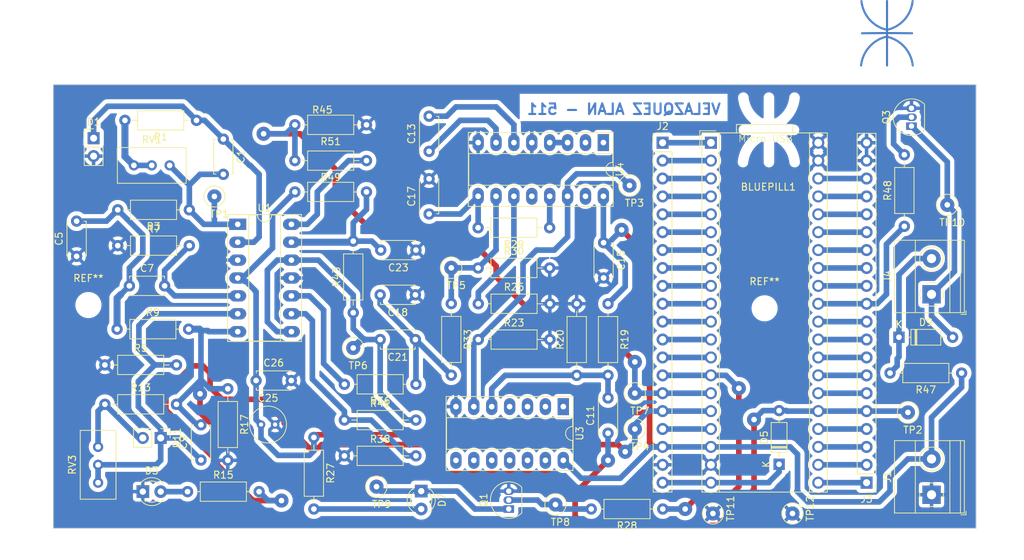
<source format=kicad_pcb>
(kicad_pcb (version 20221018) (generator pcbnew)
  (title_block (title "VLC Vehicle-to-vehicle") (date "2023-12-12") (comment 1 "Designer: Alan Vel"))
  (layers (0 "F.Cu" signal) (31 "B.Cu" signal) (34 "B.Paste" user) (35 "F.Paste" user) (36 "B.SilkS" user "B.Silkscreen") (37 "F.SilkS" user "F.Silkscreen") (38 "B.Mask" user) (39 "F.Mask" user) (44 "Edge.Cuts" user))
  (net 0 "")
  (net 1 "VBAT")
  (net 2 "PC13")
  (net 3 "PC14")
  (net 4 "PC15")
  (net 5 "NRST")
  (net 6 "ADC0")
  (net 7 "PA1")
  (net 8 "PA2")
  (net 9 "PA3")
  (net 10 "STM32 Output (TX1)")
  (net 11 "PA5")
  (net 12 "Motor control")
  (net 13 "PA7")
  (net 14 "PB0")
  (net 15 "PB1")
  (net 16 "PB10")
  (net 17 "PB11")
  (net 18 "PB12")
  (net 19 "PB13")
  (net 20 "PB14")
  (net 21 "PB15")
  (net 22 "PA8")
  (net 23 "PA9")
  (net 24 "PA10")
  (net 25 "PA11")
  (net 26 "PA12")
  (net 27 "PA15")
  (net 28 "PB3")
  (net 29 "PB4")
  (net 30 "Net-(D1-K)")
  (net 31 "Net-(C1-Pad2)")
  (net 32 "+5V")
  (net 33 "GND")
  (net 34 "Net-(C5-Pad2)")
  (net 35 "Net-(C11-Pad2)")
  (net 36 "Net-(C18-Pad2)")
  (net 37 "Demod 1")
  (net 38 "Net-(D3-A)")
  (net 39 "+3.3V")
  (net 40 "Net-(D7-K)")
  (net 41 "Net-(D7-A)")
  (net 42 "Net-(D9-K)")
  (net 43 "Net-(D9-A)")
  (net 44 "Net-(Q1-B)")
  (net 45 "Net-(Q3-B)")
  (net 46 "Net-(R1-Pad2)")
  (net 47 "Net-(R11-Pad2)")
  (net 48 "Gain control 1")
  (net 49 "Modulated input 1")
  (net 50 "PA4")
  (net 51 "Net-(R49-Pad1)")
  (net 52 "STM32 Input (RX1)")
  (net 53 "Net-(U1B-+)")
  (net 54 "Net-(U1B--)")
  (net 55 "Net-(U1D--)")
  (net 56 "Net-(U1C-+)")
  (net 57 "Net-(U1C--)")
  (net 58 "Net-(U4-C2)")
  (net 59 "Net-(U4-C1)")
  (net 60 "Net-(U4-VCOin)")
  (net 61 "Net-(U4-R1)")
  (net 62 "Net-(U4-PC2)")
  (net 63 "Net-(U4-SFout)")
  (net 66 "Net-(U4-FOUT)")
  (net 69 "PB5")
  (net 70 "PB9")
  (footprint "TestPoint:TestPoint_Loop_D1.80mm_Drill1.0mm_Beaded" (layer "F.Cu") (at 105.41 90.805)
    (fp_text reference "TP8")
    (fp_text value "TestPoint")
  )
  (footprint "Resistor_THT:R_Axial_DIN0207_L6.3mm_D2.5mm_P10.16mm_Horizontal" (layer "F.Cu") (at 78.586 36.902 180)
    (fp_text reference "R51")
    (fp_text value "DNP")
  )
  (footprint "Resistor_THT:R_Axial_DIN0207_L6.3mm_D2.5mm_P10.16mm_Horizontal" (layer "F.Cu") (at 163.068 72.136 180)
    (fp_text reference "R47")
    (fp_text value "DNP")
  )
  (footprint "Resistor_THT:R_Axial_DIN0207_L6.3mm_D2.5mm_P10.16mm_Horizontal" (layer "F.Cu") (at 94.461 67.382)
    (fp_text reference "R23")
    (fp_text value "1M")
  )
  (footprint "LED_THT:LED_D3.0mm" (layer "F.Cu") (at 46.836 88.972)
    (fp_text reference "D3")
    (fp_text value "LED")
  )
  (footprint "Package_TO_SOT_THT:TO-92_Inline" (layer "F.Cu") (at 155.956 37.084 90)
    (fp_text reference "Q3")
    (fp_text value "BC546")
  )
  (footprint "TestPoint:TestPoint_Loop_D1.80mm_Drill1.0mm_Beaded" (layer "F.Cu") (at 116.686 75.002)
    (fp_text reference "TP7")
    (fp_text value "TestPoint")
  )
  (footprint "Resistor_THT:R_Axial_DIN0207_L6.3mm_D2.5mm_P10.16mm_Horizontal" (layer "F.Cu") (at 94.461 62.302)
    (fp_text reference "R25")
    (fp_text value "22k")
  )
  (footprint "TerminalBlock_Phoenix:TerminalBlock_Phoenix_MKDS-1,5-2-5.08_1x02_P5.08mm_Horizontal" (layer "F.Cu") (at 158.801 60.965 90)
    (fp_text reference "J4")
    (fp_text value "Motor")
  )
  (footprint "Resistor_THT:R_Axial_DIN0207_L6.3mm_D2.5mm_P10.16mm_Horizontal" (layer "F.Cu") (at 43.18 65.905)
    (fp_text reference "R9")
    (fp_text value "1k")
  )
  (footprint "Resistor_THT:R_Axial_DIN0207_L6.3mm_D2.5mm_P10.16mm_Horizontal" (layer "F.Cu") (at 53.186 88.972)
    (fp_text reference "R15")
    (fp_text value "100")
  )
  (footprint "Resistor_THT:R_Axial_DIN0207_L6.3mm_D2.5mm_P10.16mm_Horizontal" (layer "F.Cu") (at 75.451 83.892)
    (fp_text reference "R38")
    (fp_text value "10k")
  )
  (footprint "TestPoint:TestPoint_Loop_D1.80mm_Drill1.0mm_Beaded" (layer "F.Cu") (at 116.686 80.082)
    (fp_text reference "TP4")
    (fp_text value "TestPoint")
  )
  (footprint "Resistor_THT:R_Axial_DIN0207_L6.3mm_D2.5mm_P10.16mm_Horizontal" (layer "F.Cu") (at 54.456 36.267 180)
    (fp_text reference "R1")
    (fp_text value "470k")
  )
  (footprint "Module:Electrosmith_Daisy_Seed" (layer "F.Cu") (at 127.481 39.442)
    (fp_text reference "BLUEPILL1")
    (fp_text value "~")
  )
  (footprint "MountingHole:MountingHole_3.2mm_M3_DIN965" (layer "F.Cu") (at 39.116 62.484)
    (fp_text reference "REF**")
    (fp_text value "MountingHole_3.2mm_M3_DIN965")
  )
  (footprint "Capacitor_THT:C_Disc_D4.7mm_W2.5mm_P5.00mm" (layer "F.Cu") (at 62.916 73.197)
    (fp_text reference "C26")
    (fp_text value "2.2n")
  )
  (footprint "Resistor_THT:R_Axial_DIN0207_L6.3mm_D2.5mm_P10.16mm_Horizontal" (layer "F.Cu") (at 53.44 48.967 180)
    (fp_text reference "R3")
    (fp_text value "47k")
  )
  (footprint "TestPoint:TestPoint_Loop_D1.80mm_Drill1.0mm_Beaded" (layer "F.Cu") (at 80.01 88.265)
    (fp_text reference "TP9")
    (fp_text value "TestPoint")
  )
  (footprint "Potentiometer_THT:Potentiometer_Bourns_3296W_Vertical" (layer "F.Cu") (at 40.486 82.622 90)
    (fp_text reference "RV3")
    (fp_text value "5k")
  )
  (footprint "TestPoint:TestPoint_Loop_D1.80mm_Drill1.0mm_Beaded" (layer "F.Cu") (at 56.996 47.062)
    (fp_text reference "TP1")
    (fp_text value "TestPoint")
  )
  (footprint "Resistor_THT:R_Axial_DIN0207_L6.3mm_D2.5mm_P10.16mm_Horizontal" (layer "F.Cu") (at 154.94 51.308 90)
    (fp_text reference "R48")
    (fp_text value "1k")
  )
  (footprint "Diode_THT:D_DO-35_SOD27_P7.62mm_Horizontal" (layer "F.Cu") (at 137.16 85.09 90)
    (fp_text reference "D5")
    (fp_text value "D_Schottky")
  )
  (footprint "Resistor_THT:R_Axial_DIN0207_L6.3mm_D2.5mm_P10.16mm_Horizontal" (layer "F.Cu") (at 94.436 57.222)
    (fp_text reference "R30")
    (fp_text value "100k")
  )
  (footprint "TestPoint:TestPoint_Loop_D1.80mm_Drill1.0mm_Beaded" (layer "F.Cu") (at 139.065 92.075 90)
    (fp_text reference "TP12")
    (fp_text value "TestPoint")
  )
  (footprint "Capacitor_THT:C_Disc_D4.7mm_W2.5mm_P5.00mm" (layer "F.Cu") (at 87.476 40.672 90)
    (fp_text reference "C13")
    (fp_text value "1n")
  )
  (footprint "Capacitor_THT:C_Disc_D4.7mm_W2.5mm_P5.00mm" (layer "F.Cu") (at 112.876 80.677 90)
    (fp_text reference "C11")
    (fp_text value "1n")
  )
  (footprint "Capacitor_THT:C_Disc_D4.7mm_W2.5mm_P5.00mm" (layer "F.Cu") (at 58.266 38.927 -90)
    (fp_text reference "C1")
    (fp_text value "1n")
  )
  (footprint "Resistor_THT:R_Axial_DIN0207_L6.3mm_D2.5mm_P10.16mm_Horizontal" (layer "F.Cu") (at 58.901 74.367 -90)
    (fp_text reference "R17")
    (fp_text value "1M")
  )
  (footprint "Resistor_THT:R_Axial_DIN0207_L6.3mm_D2.5mm_P10.16mm_Horizontal" (layer "F.Cu") (at 68.426 46.427)
    (fp_text reference "R45")
    (fp_text value "DNP")
  )
  (footprint "TestPoint:TestPoint_Loop_D1.80mm_Drill1.0mm_Beaded" (layer "F.Cu") (at 155.448 77.724)
    (fp_text reference "TP2")
    (fp_text value "TestPoint")
  )
  (footprint "Resistor_THT:R_Axial_DIN0207_L6.3mm_D2.5mm_P10.16mm_Horizontal" (layer "F.Cu") (at 76.708 63.572 90)
    (fp_text reference "R43")
    (fp_text value "1k")
  )
  (footprint "Resistor_THT:R_Axial_DIN0207_L6.3mm_D2.5mm_P10.16mm_Horizontal" (layer "F.Cu") (at 43.28 54.047)
    (fp_text reference "R7")
    (fp_text value "1k")
  )
  (footprint "Capacitor_THT:C_Disc_D4.7mm_W2.5mm_P5.00mm" (layer "F.Cu") (at 85.531 61.032 180)
    (fp_text reference "C18")
    (fp_text value "2.2n")
  )
  (footprint "Connector_PinHeader_2.54mm:PinHeader_1x20_P2.54mm_Vertical" (layer "F.Cu") (at 149.579 87.702 180)
    (fp_text reference "J3")
    (fp_text value "Conn_01x20_Socket")
  )
  (footprint "Resistor_THT:R_Axial_DIN0207_L6.3mm_D2.5mm_P10.16mm_Horizontal" (layer "F.Cu") (at 112.876 62.302 -90)
    (fp_text reference "R19")
    (fp_text value "1M")
  )
  (footprint "Package_TO_SOT_THT:TO-92_Inline" (layer "F.Cu") (at 98.785 91.44 90)
    (fp_text reference "Q1")
    (fp_text value "BC546")
  )
  (footprint "Resistor_THT:R_Axial_DIN0207_L6.3mm_D2.5mm_P10.16mm_Horizontal" (layer "F.Cu") (at 75.451 78.812)
    (fp_text reference "R41")
    (fp_text value "10k")
  )
  (footprint "Capacitor_THT:C_Radial_D5.0mm_H5.0mm_P2.00mm" (layer "F.Cu") (at 63.616 79.447)
    (fp_text reference "C25")
    (fp_text value "C_Polarized")
  )
  (footprint "Capacitor_THT:C_Disc_D4.7mm_W2.5mm_P5.00mm" (layer "F.Cu") (at 85.531 67.382 180)
    (fp_text reference "C21")
    (fp_text value "2p")
  )
  (footprint "Connector_PinHeader_2.54mm:PinHeader_1x20_P2.54mm_Vertical" (layer "F.Cu") (at 120.623 39.442)
    (fp_text reference "J2")
    (fp_text value "Conn_01x20_Socket")
  )
  (footprint "TestPoint:TestPoint_Loop_D1.80mm_Drill1.0mm_Beaded" (layer "F.Cu") (at 76.708 68.58)
    (fp_text reference "TP6")
    (fp_text value "TestPoint")
  )
  (footprint "Capacitor_THT:C_Disc_D4.7mm_W2.5mm_P5.00mm" (layer "F.Cu") (at 44.931 59.762)
    (fp_text reference "C7")
    (fp_text value "10n")
  )
  (footprint "TestPoint:TestPoint_Loop_D1.80mm_Drill1.0mm_Beaded" (layer "F.Cu") (at 115.929 45.508)
    (fp_text reference "TP3")
    (fp_text value "TestPoint")
  )
  (footprint "Resistor_THT:R_Axial_DIN0207_L6.3mm_D2.5mm_P10.16mm_Horizontal" (layer "F.Cu") (at 85.611 73.732 180)
    (fp_text reference "R36")
    (fp_text value "10k")
  )
  (footprint "Resistor_THT:R_Axial_DIN0207_L6.3mm_D2.5mm_P10.16mm_Horizontal" (layer "F.Cu") (at 41.455 76.573)
    (fp_text reference "R13")
    (fp_text value "100")
  )
  (footprint "Diode_THT:D_DO-35_SOD27_P7.62mm_Horizontal" (layer "F.Cu") (at 154.178 67.056)
    (fp_text reference "D9")
    (fp_text value "1N4148")
  )
  (footprint "Connector_PinHeader_2.54mm:PinHeader_1x02_P2.54mm_Vertical" (layer "F.Cu") (at 39.851 38.802)
    (fp_text reference "D1")
    (fp_text value "D_Photo")
  )
  (footprint "Resistor_THT:R_Axial_DIN0207_L6.3mm_D2.5mm_P10.16mm_Horizontal" (layer "F.Cu") (at 120.65 91.44 180)
    (fp_text reference "R28")
    (fp_text value "22k")
  )
  (footprint "Capacitor_THT:C_Disc_D4.7mm_W2.5mm_P5.00mm" (layer "F.Cu") (at 87.476 49.562 90)
    (fp_text reference "C17")
    (fp_text value "100n")
  )
  (footprint "TestPoint:TestPoint_Loop_D1.80mm_Drill1.0mm_Beaded" (layer "F.Cu") (at 90.626 57.202)
    (fp_text reference "TP5")
    (fp_text value "TestPoint")
  )
  (footprint "Connector_PinHeader_2.54mm:PinHeader_1x02_P2.54mm_Vertical" (layer "F.Cu") (at 49.376 81.352 -90)
    (fp_text reference "R11")
    (fp_text value "LDR")
  )
  (footprint "Resistor_THT:R_Axial_DIN0207_L6.3mm_D2.5mm_P10.16mm_Horizontal" (layer "F.Cu") (at 104.586 51.507 180)
    (fp_text reference "R29")
    (fp_text value "1k")
  )
  (footprint "Capacitor_THT:C_Disc_D4.7mm_W2.5mm_P5.00mm" (layer "F.Cu") (at 37.438 55.571 90)
    (fp_text reference "C5")
    (fp_text value "10n")
  )
  (footprint "Capacitor_THT:C_Disc_D4.7mm_W2.5mm_P5.00mm" (layer "F.Cu") (at 85.611 54.682 180)
    (fp_text reference "C23")
    (fp_text value "100n")
  )
  (footprint "Capacitor_THT:C_Disc_D4.7mm_W2.5mm_P5.00mm" (layer "F.Cu") (at 55.091 84.487 90)
    (fp_text reference "C9")
    (fp_text value "1n")
  )
  (footprint "TestPoint:TestPoint_Loop_D1.80mm_Drill1.0mm_Beaded" (layer "F.Cu") (at 127.77 92.075 90)
    (fp_text reference "TP11")
    (fp_text value "TestPoint")
  )
  (footprint "Package_DIP:DIP-16_W7.62mm_Socket_LongPads" (layer "F.Cu") (at 112.216 39.422 -90)
    (fp_text reference "U4")
    (fp_text value "4046")
  )
  (footprint "Resistor_THT:R_Axial_DIN0207_L6.3mm_D2.5mm_P10.16mm_Horizontal" (layer "F.Cu") (at 90.626 62.282 -90)
    (fp_text reference "R33")
    (fp_text value "470k")
  )
  (footprint "TerminalBlock_Phoenix:TerminalBlock_Phoenix_MKDS-1,5-2-5.08_1x02_P5.08mm_Horizontal" (layer "F.Cu") (at 158.801 89.413 90)
    (fp_text reference "J1")
    (fp_text value "Input 5V")
  )
  (footprint "Potentiometer_THT:Potentiometer_Bourns_3296W_Vertical" (layer "F.Cu") (at 50.646 42.657)
    (fp_text reference "RV1")
    (fp_text value "100k")
  )
  (footprint "MountingHole:MountingHole_3.2mm_M3_DIN965" (layer "F.Cu") (at 135.101 62.947)
    (fp_text reference "REF**")
    (fp_text value "MountingHole_3.2mm_M3_DIN965")
  )
  (footprint "Resistor_THT:R_Axial_DIN0207_L6.3mm_D2.5mm_P10.16mm_Horizontal" (layer "F.Cu") (at 41.455 70.985)
    (fp_text reference "R5")
    (fp_text value "1k")
  )
  (footprint "Resistor_THT:R_Axial_DIN0207_L6.3mm_D2.5mm_P10.16mm_Horizontal" (layer "F.Cu") (at 78.586 41.982 180)
    (fp_text reference "R49")
    (fp_text value "DNP")
  )
  (footprint "Capacitor_THT:C_Disc_D4.7mm_W2.5mm_P5.00mm" (layer "F.Cu") (at 112.246 53.636 -90)
    (fp_text reference "C15")
    (fp_text value "100n")
  )
  (footprint "Package_DIP:DIP-14_W7.62mm_Socket_LongPads" (layer "F.Cu") (at 106.526 76.907 -90)
    (fp_text reference "U3")
    (fp_text value "40106")
  )
  (footprint "Resistor_THT:R_Axial_DIN0207_L6.3mm_D2.5mm_P10.16mm_Horizontal" (layer "F.Cu") (at 71.12 81.28 -90)
    (fp_text reference "R27")
    (fp_text value "270")
  )
  (footprint "Resistor_THT:R_Axial_DIN0207_L6.3mm_D2.5mm_P10.16mm_Horizontal" (layer "F.Cu") (at 108.431 72.462 90)
    (fp_text reference "R20")
    (fp_text value "1M")
  )
  (footprint "Package_DIP:DIP-14_W7.62mm_Socket_LongPads" (layer "F.Cu") (at 60.312 51.025)
    (fp_text reference "U1")
    (fp_text value "LM324")
  )
  (footprint "LED_THT:LED_D3.0mm" (layer "F.Cu") (at 86.36 88.9 -90)
    (fp_text reference "D7")
    (fp_text value "TX LED (white)")
  )
  (footprint "TestPoint:TestPoint_Loop_D1.80mm_Drill1.0mm_Beaded" (layer "F.Cu") (at 161.036 48.26)
    (fp_text reference "TP10")
    (fp_text value "TestPoint")
  )
  (gr_arc (start 152.478194 23.418006) (mid 150.004466 21.959939) (end 148.850364 19.330617) (stroke (width 0.3)) (layer "B.Cu"))
  (gr_arc (start 152.411909 24.383619) (mid 154.939809 25.822645) (end 156.134846 28.474617) (stroke (width 0.3)) (layer "B.Cu"))
  (gr_arc (start 148.798585 28.474617) (mid 149.950616 25.858208) (end 152.4 24.384) (stroke (width 0.3)) (layer "B.Cu"))
  (gr_line (start 152.483432 23.867311) (end 156.039432 23.902617) (stroke (width 0.3)) (layer "B.Cu"))
  (gr_arc (start 156.116501 19.330617) (mid 154.962398 21.959939) (end 152.48867 23.418005) (stroke (width 0.3)) (layer "B.Cu"))
  (gr_line (start 152.483432 19.330617) (end 152.483432 28.474617) (stroke (width 0.3)) (layer "B.Cu"))
  (gr_line (start 148.927432 23.902617) (end 152.483432 23.867311) (stroke (width 0.3)) (layer "B.Cu"))
  (gr_line (start 34.136 31.187) (end 34.136 94.187) (stroke (width 0.1)) (layer "Edge.Cuts"))
  (gr_line (start 165.136 31.187) (end 165.136 94.187) (stroke (width 0.1)) (layer "Edge.Cuts"))
  (gr_line (start 34.136 94.187) (end 165.136 94.187) (stroke (width 0.1)) (layer "Edge.Cuts"))
  (gr_line (start 34.136 31.187) (end 165.136 31.187) (stroke (width 0.1)) (layer "Edge.Cuts"))
  (gr_text "VELAZQUEZ ALAN - 511" (at 129.032 35.56) (layer "B.Cu") (effects (font (size 1.5 1.5) (thickness 0.3) bold) (justify left bottom mirror)))
  (segment (start 142.721 87.702) (end 149.579 87.702) (width 0.8) (layer "B.Cu") (net 1))
  (segment (start 142.721 85.162) (end 149.579 85.162) (width 0.8) (layer "B.Cu") (net 2))
  (segment (start 142.721 82.622) (end 149.579 82.622) (width 0.8) (layer "B.Cu") (net 3))
  (segment (start 142.721 80.082) (end 149.579 80.082) (width 0.8) (layer "B.Cu") (net 4))
  (segment (start 142.721 47.062) (end 149.579 47.062) (width 0.8) (layer "B.Cu") (net 5))
  (segment (start 54.958104 77.755676) (end 54.958104 75.087455) (width 0.8) (layer "F.Cu") (net 6))
  (segment (start 78.299 86.427) (end 78.232 86.36) (width 0.8) (layer "F.Cu") (net 6))
  (segment (start 128.474164 93.775) (end 133.604 88.645164) (width 0.8) (layer "F.Cu") (net 6))
  (segment (start 78.232 86.36) (end 63.562428 86.36) (width 0.8) (layer "F.Cu") (net 6))
  (segment (start 133.604 79.756) (end 133.604 78.74) (width 0.8) (layer "F.Cu") (net 6))
  (segment (start 108.204 89.199) (end 108.204 92.456) (width 0.8) (layer "F.Cu") (net 6))
  (segment (start 112.876 84.527) (end 109.066 88.337) (width 0.8) (layer "F.Cu") (net 6))
  (segment (start 63.562428 86.36) (end 54.958104 77.755676) (width 0.8) (layer "F.Cu") (net 6))
  (segment (start 108.204 89.199) (end 105.432 86.427) (width 0.8) (layer "F.Cu") (net 6))
  (segment (start 109.523 93.775) (end 128.474164 93.775) (width 0.8) (layer "F.Cu") (net 6))
  (segment (start 133.604 88.645164) (end 133.604 79.756) (width 0.8) (layer "F.Cu") (net 6))
  (segment (start 109.066 88.337) (end 108.204 89.199) (width 0.8) (layer "F.Cu") (net 6))
  (segment (start 105.432 86.427) (end 78.299 86.427) (width 0.8) (layer "F.Cu") (net 6))
  (segment (start 108.204 92.456) (end 109.523 93.775) (width 0.8) (layer "F.Cu") (net 6))
  (via (at 54.958104 75.087455) (size 2) (drill 0.8) (layers "F.Cu" "B.Cu") (net 6))
  (via (at 133.604 78.74) (size 2) (drill 0.8) (layers "F.Cu" "B.Cu") (net 6))
  (via (at 112.876 84.527) (size 2) (drill 0.8) (layers "F.Cu" "B.Cu") (net 6))
  (segment (start 138.204 77.47) (end 138.276 77.542) (width 0.8) (layer "B.Cu") (net 6))
  (segment (start 138.276 77.542) (end 142.721 77.542) (width 0.8) (layer "B.Cu") (net 6))
  (segment (start 56.055 66.112) (end 56.208 66.265) (width 0.8) (layer "B.Cu") (net 6))
  (segment (start 55.091 79.487) (end 54.529 79.487) (width 0.8) (layer "B.Cu") (net 6))
  (segment (start 54.884 65.905) (end 55.091 66.112) (width 1) (layer "B.Cu") (net 6))
  (segment (start 55.091 66.112) (end 56.055 66.112) (width 0.8) (layer "B.Cu") (net 6))
  (segment (start 134.874 77.47) (end 137.16 77.47) (width 0.8) (layer "B.Cu") (net 6))
  (segment (start 54.529 79.487) (end 51.615 76.573) (width 0.8) (layer "B.Cu") (net 6))
  (segment (start 55.091 73.097) (end 55.091 66.112) (width 0.8) (layer "B.Cu") (net 6))
  (segment (start 55.091 73.097) (end 55.091 74.954559) (width 0.8) (layer "B.Cu") (net 6))
  (segment (start 155.266 77.542) (end 155.448 77.724) (width 0.8) (layer "B.Cu") (net 6))
  (segment (start 51.615 76.573) (end 55.091 73.097) (width 0.8) (layer "B.Cu") (net 6))
  (segment (start 53.34 65.905) (end 54.884 65.905) (width 1) (layer "B.Cu") (net 6))
  (segment (start 55.091 74.954559) (end 54.958104 75.087455) (width 0.8) (layer "B.Cu") (net 6))
  (segment (start 149.579 77.542) (end 155.266 77.542) (width 0.8) (layer "B.Cu") (net 6))
  (segment (start 56.361 74.367) (end 55.091 73.097) (width 0.8) (layer "B.Cu") (net 6))
  (segment (start 137.16 77.47) (end 138.204 77.47) (width 0.8) (layer "B.Cu") (net 6))
  (segment (start 56.208 66.265) (end 60.312 66.265) (width 0.8) (layer "B.Cu") (net 6))
  (segment (start 51.281 76.907) (end 51.615 76.573) (width 0.8) (layer "B.Cu") (net 6))
  (segment (start 133.604 78.74) (end 134.874 77.47) (width 0.8) (layer "B.Cu") (net 6))
  (segment (start 112.876 80.677) (end 112.876 84.527) (width 0.8) (layer "B.Cu") (net 6))
  (segment (start 58.901 74.367) (end 56.361 74.367) (width 0.8) (layer "B.Cu") (net 6))
  (segment (start 142.721 77.542) (end 149.579 77.542) (width 0.8) (layer "B.Cu") (net 6))
  (segment (start 142.721 75.002) (end 149.579 75.002) (width 0.8) (layer "B.Cu") (net 7))
  (segment (start 142.721 72.462) (end 149.579 72.462) (width 0.8) (layer "B.Cu") (net 8))
  (segment (start 142.721 69.922) (end 149.579 69.922) (width 0.8) (layer "B.Cu") (net 9))
  (segment (start 131.445 88.265) (end 129.958 89.752) (width 0.8) (layer "F.Cu") (net 10))
  (segment (start 131.445 74.295) (end 131.445 88.265) (width 0.8) (layer "F.Cu") (net 10))
  (segment (start 125.513 89.752) (end 123.825 91.44) (width 0.8) (layer "F.Cu") (net 10))
  (segment (start 129.958 89.752) (end 125.513 89.752) (width 0.8) (layer "F.Cu") (net 10))
  (via (at 131.445 74.295) (size 2) (drill 0.8) (layers "F.Cu" "B.Cu") (net 10))
  (via (at 123.825 91.44) (size 2) (drill 0.8) (layers "F.Cu" "B.Cu") (net 10))
  (segment (start 127.481 72.462) (end 129.612 72.462) (width 0.8) (layer "B.Cu") (net 10))
  (segment (start 123.825 91.44) (end 120.65 91.44) (width 0.8) (layer "B.Cu") (net 10))
  (segment (start 129.612 72.462) (end 131.445 74.295) (width 0.8) (layer "B.Cu") (net 10))
  (segment (start 120.623 72.462) (end 127.481 72.462) (width 0.8) (layer "B.Cu") (net 10))
  (segment (start 142.721 64.842) (end 149.579 64.842) (width 0.8) (layer "B.Cu") (net 11))
  (segment (start 151.058 62.302) (end 152.4 60.96) (width 0.8) (layer "B.Cu") (net 12))
  (segment (start 152.4 60.96) (end 152.4 53.848) (width 0.8) (layer "B.Cu") (net 12))
  (segment (start 142.721 62.302) (end 149.579 62.302) (width 0.8) (layer "B.Cu") (net 12))
  (segment (start 152.4 53.848) (end 154.94 51.308) (width 0.8) (layer "B.Cu") (net 12))
  (segment (start 149.579 62.302) (end 151.058 62.302) (width 0.8) (layer "B.Cu") (net 12))
  (segment (start 142.721 59.762) (end 149.579 59.762) (width 0.8) (layer "B.Cu") (net 13))
  (segment (start 142.721 57.222) (end 149.579 57.222) (width 0.8) (layer "B.Cu") (net 14))
  (segment (start 142.721 54.682) (end 149.579 54.682) (width 0.8) (layer "B.Cu") (net 15))
  (segment (start 142.721 52.142) (end 149.579 52.142) (width 0.8) (layer "B.Cu") (net 16))
  (segment (start 142.721 49.602) (end 149.579 49.602) (width 0.8) (layer "B.Cu") (net 17))
  (segment (start 120.623 39.442) (end 127.481 39.442) (width 0.8) (layer "B.Cu") (net 18))
  (segment (start 120.623 41.982) (end 127.481 41.982) (width 0.8) (layer "B.Cu") (net 19))
  (segment (start 120.623 44.522) (end 127.481 44.522) (width 0.8) (layer "B.Cu") (net 20))
  (segment (start 120.623 47.062) (end 127.481 47.062) (width 0.8) (layer "B.Cu") (net 21))
  (segment (start 120.623 49.602) (end 127.481 49.602) (width 0.8) (layer "B.Cu") (net 22))
  (segment (start 120.623 52.142) (end 127.481 52.142) (width 0.8) (layer "B.Cu") (net 23))
  (segment (start 120.623 54.682) (end 127.481 54.682) (width 0.8) (layer "B.Cu") (net 24))
  (segment (start 120.623 57.222) (end 127.481 57.222) (width 0.8) (layer "B.Cu") (net 25))
  (segment (start 120.623 59.762) (end 127.481 59.762) (width 0.8) (layer "B.Cu") (net 26))
  (segment (start 120.623 62.302) (end 127.481 62.302) (width 0.8) (layer "B.Cu") (net 27))
  (segment (start 120.623 64.842) (end 127.481 64.842) (width 0.8) (layer "B.Cu") (net 28))
  (segment (start 120.623 67.382) (end 127.481 67.382) (width 0.8) (layer "B.Cu") (net 29))
  (segment (start 52.456 34.267) (end 54.456 36.267) (width 0.8) (layer "B.Cu") (net 30))
  (segment (start 58.266 38.927) (end 61.996 42.657) (width 0.8) (layer "B.Cu") (net 30))
  (segment (start 39.851 36.267) (end 41.851 34.267) (width 0.8) (layer "B.Cu") (net 30))
  (segment (start 62.076 42.657) (end 63.346 43.927) (width 0.8) (layer "B.Cu") (net 30))
  (segment (start 62.598 53.565) (end 60.312 53.565) (width 0.8) (layer "B.Cu") (net 30))
  (segment (start 55.606 36.267) (end 58.266 38.927) (width 0.8) (layer "B.Cu") (net 30))
  (segment (start 63.346 52.817) (end 62.598 53.565) (width 0.8) (layer "B.Cu") (net 30))
  (segment (start 54.456 36.267) (end 55.606 36.267) (width 0.8) (layer "B.Cu") (net 30))
  (segment (start 63.346 43.927) (end 63.346 52.817) (width 0.8) (layer "B.Cu") (net 30))
  (segment (start 61.996 42.657) (end 62.076 42.657) (width 0.8) (layer "B.Cu") (net 30))
  (segment (start 39.851 38.802) (end 39.851 36.267) (width 0.8) (layer "B.Cu") (net 30))
  (segment (start 41.851 34.267) (end 52.456 34.267) (width 0.8) (layer "B.Cu") (net 30))
  (segment (start 53.44 48.967) (end 53.44 45.451) (width 0.8) (layer "B.Cu") (net 31))
  (segment (start 60.312 51.025) (end 56.996 51.025) (width 0.8) (layer "B.Cu") (net 31))
  (segment (start 53.44 45.451) (end 50.646 42.657) (width 0.8) (layer "B.Cu") (net 31))
  (segment (start 56.996 51.025) (end 55.498 51.025) (width 0.8) (layer "B.Cu") (net 31))
  (segment (start 58.266 43.927) (end 54.964 43.927) (width 0.8) (layer "B.Cu") (net 31))
  (segment (start 54.964 43.927) (end 53.44 45.451) (width 0.8) (layer "B.Cu") (net 31))
  (segment (start 56.996 47.062) (end 56.996 51.025) (width 0.8) (layer "B.Cu") (net 31))
  (segment (start 55.498 51.025) (end 53.44 48.967) (width 0.8) (layer "B.Cu") (net 31))
  (segment (start 118.773 55.781) (end 118.773 77.724) (width 0.8) (layer "F.Cu") (net 32))
  (segment (start 114.808 51.816) (end 118.773 55.781) (width 0.8) (layer "F.Cu") (net 32))
  (segment (start 110.111415 80.896) (end 113.283415 77.724) (width 0.8) (layer "F.Cu") (net 32))
  (segment (start 71.504 80.896) (end 110.111415 80.896) (width 0.8) (layer "F.Cu") (net 32))
  (segment (start 71.12 81.28) (end 71.504 80.896) (width 0.8) (layer "F.Cu") (net 32))
  (segment (start 118.773 81.974081) (end 119.420919 82.622) (width 0.8) (layer "F.Cu") (net 32))
  (segment (start 113.283415 77.724) (end 118.773 77.724) (width 0.8) (layer "F.Cu") (net 32))
  (segment (start 119.420919 82.622) (end 120.623 82.622) (width 0.8) (layer "F.Cu") (net 32))
  (segment (start 118.773 77.724) (end 118.773 81.974081) (width 0.8) (layer "F.Cu") (net 32))
  (via (at 114.808 51.816) (size 2) (drill 0.8) (layers "F.Cu" "B.Cu") (net 32))
  (segment (start 66.04 83.82) (end 70.485 83.82) (width 0.8) (layer "B.Cu") (net 32))
  (segment (start 158.801 78.435) (end 158.801 84.333) (width 0.8) (layer "B.Cu") (net 32))
  (segment (start 115.316 56.706) (end 115.316 59.862) (width 0.8) (layer "B.Cu") (net 32))
  (segment (start 163.068 74.168) (end 158.801 78.435) (width 0.8) (layer "B.Cu") (net 32))
  (segment (start 152.908 86.868) (end 152.908 88.9) (width 0.8) (layer "B.Cu") (net 32))
  (segment (start 62.712 60.356573) (end 62.712 60.397) (width 0.8) (layer "B.Cu") (net 32))
  (segment (start 61.482427 59.127) (end 62.712 60.356573) (width 0.8) (layer "B.Cu") (net 32))
  (segment (start 62.916 73.197) (end 62.916 78.747) (width 0.8) (layer "B.Cu") (net 32))
  (segment (start 141.224 90.424) (end 139.7 88.9) (width 0.8) (layer "B.Cu") (net 32))
  (segment (start 114.609 87.067) (end 113.792 87.067) (width 0.8) (layer "B.Cu") (net 32))
  (segment (start 120.623 82.622) (end 127.481 82.622) (width 0.8) (layer "B.Cu") (net 32))
  (segment (start 119.054 82.622) (end 114.609 87.067) (width 0.8) (layer "B.Cu") (net 32))
  (segment (start 112.988 53.636) (end 114.808 51.816) (width 0.8) (layer "B.Cu") (net 32))
  (segment (start 155.443 84.333) (end 152.908 86.868) (width 0.8) (layer "B.Cu") (net 32))
  (segment (start 68.426 46.427) (end 65.251 49.602) (width 0.8) (layer "B.Cu") (net 32))
  (segment (start 106.526 84.527) (end 109.066 87.067) (width 0.8) (layer "B.Cu") (net 32))
  (segment (start 60.832 58.645) (end 61.314 59.127) (width 0.8) (layer "B.Cu") (net 32))
  (segment (start 60.312 58.645) (end 60.832 58.645) (width 0.8) (layer "B.Cu") (net 32))
  (segment (start 138.736 82.622) (end 127.481 82.622) (width 0.8) (layer "B.Cu") (net 32))
  (segment (start 158.801 84.333) (end 155.443 84.333) (width 0.8) (layer "B.Cu") (net 32))
  (segment (start 109.066 87.067) (end 113.792 87.067) (width 0.8) (layer "B.Cu") (net 32))
  (segment (start 61.000427 58.645) (end 60.312 58.645) (width 0.8) (layer "B.Cu") (net 32))
  (segment (start 120.623 82.622) (end 119.054 82.622) (width 0.8) (layer "B.Cu") (net 32))
  (segment (start 115.316 59.862) (end 112.876 62.302) (width 0.8) (layer "B.Cu") (net 32))
  (segment (start 62.916 60.601) (end 62.712 60.397) (width 0.8) (layer "B.Cu") (net 32))
  (segment (start 62.916 78.747) (end 63.616 79.447) (width 0.8) (layer "B.Cu") (net 32))
  (segment (start 63.616 81.396) (end 66.04 83.82) (width 0.8) (layer "B.Cu") (net 32))
  (segment (start 112.246 53.636) (end 115.316 56.706) (width 0.8) (layer "B.Cu") (net 32))
  (segment (start 65.251 54.394427) (end 61.000427 58.645) (width 0.8) (layer "B.Cu") (net 32))
  (segment (start 152.908 88.9) (end 151.384 90.424) (width 0.8) (layer "B.Cu") (net 32))
  (segment (start 70.485 83.82) (end 71.12 83.185) (width 0.8) (layer "B.Cu") (net 32))
  (segment (start 139.776 83.662) (end 138.736 82.622) (width 0.8) (layer "B.Cu") (net 32))
  (segment (start 71.12 83.185) (end 71.12 81.28) (width 0.8) (layer "B.Cu") (net 32))
  (segment (start 139.7 88.9) (end 139.776 88.824) (width 0.8) (layer "B.Cu") (net 32))
  (segment (start 139.776 88.824) (end 139.776 83.662) (width 0.8) (layer "B.Cu") (net 32))
  (segment (start 62.916 73.197) (end 62.916 60.601) (width 0.8) (layer "B.Cu") (net 32))
  (segment (start 112.216 47.042) (end 112.216 53.606) (width 0.8) (layer "B.Cu") (net 32))
  (segment (start 63.616 79.447) (end 63.616 81.396) (width 0.8) (layer "B.Cu") (net 32))
  (segment (start 112.246 53.636) (end 112.988 53.636) (width 0.8) (layer "B.Cu") (net 32))
  (segment (start 151.384 90.424) (end 141.224 90.424) (width 0.8) (layer "B.Cu") (net 32))
  (segment (start 61.314 59.127) (end 61.482427 59.127) (width 0.8) (layer "B.Cu") (net 32))
  (segment (start 65.251 49.602) (end 65.251 54.394427) (width 0.8) (layer "B.Cu") (net 32))
  (segment (start 112.216 53.606) (end 112.246 53.636) (width 0.8) (layer "B.Cu") (net 32))
  (segment (start 163.068 72.136) (end 163.068 74.168) (width 0.8) (layer "B.Cu") (net 32))
  (segment (start 60.859006 56.105) (end 60.312 56.105) (width 1) (layer "F.Cu") (net 33))
  (segment (start 46.836 55.317) (end 46.836 52.523) (width 0.8) (layer "B.Cu") (net 34))
  (segment (start 46.836 52.523) (end 43.28 48.967) (width 0.8) (layer "B.Cu") (net 34))
  (segment (start 44.931 59.762) (end 44.931 57.222) (width 0.8) (layer "B.Cu") (net 34))
  (segment (start 37.438 50.571) (end 41.676 50.571) (width 0.8) (layer "B.Cu") (net 34))
  (segment (start 43.18 65.905) (end 43.18 61.513) (width 1) (layer "B.Cu") (net 34))
  (segment (start 43.18 61.513) (end 43.7105 60.9825) (width 1) (layer "B.Cu") (net 34))
  (segment (start 41.676 50.571) (end 43.28 48.967) (width 0.8) (layer "B.Cu") (net 34))
  (segment (start 44.931 57.222) (end 46.836 55.317) (width 0.8) (layer "B.Cu") (net 34))
  (segment (start 43.7105 60.9825) (end 44.931 59.762) (width 0.8) (layer "B.Cu") (net 34))
  (segment (start 108.431 72.462) (end 112.876 72.462) (width 0.8) (layer "B.Cu") (net 35))
  (segment (start 96.366 74.367) (end 98.271 72.462) (width 0.8) (layer "B.Cu") (net 35))
  (segment (start 112.876 75.677) (end 112.876 72.462) (width 0.8) (layer "B.Cu") (net 35))
  (segment (start 98.271 72.462) (end 108.431 72.462) (width 0.8) (layer "B.Cu") (net 35))
  (segment (start 96.366 76.907) (end 96.366 74.367) (width 0.8) (layer "B.Cu") (net 35))
  (segment (start 85.566 67.382) (end 90.626 72.442) (width 0.8) (layer "B.Cu") (net 36))
  (segment (start 83.666 65.517) (end 85.531 67.382) (width 0.8) (layer "B.Cu") (net 36))
  (segment (start 85.611 73.732) (end 85.611 67.462) (width 0.8) (layer "B.Cu") (net 36))
  (segment (start 85.531 67.382) (end 85.566 67.382) (width 0.8) (layer "B.Cu") (net 36))
  (segment (start 80.531 61.032) (end 80.531 62.342) (width 0.8) (layer "B.Cu") (net 36))
  (segment (start 83.666 65.477) (end 83.666 65.517) (width 0.8) (layer "B.Cu") (net 36))
  (segment (start 85.611 67.462) (end 85.531 67.382) (width 0.8) (layer "B.Cu") (net 36))
  (segment (start 80.531 62.342) (end 83.666 65.477) (width 0.8) (layer "B.Cu") (net 36))
  (segment (start 76.708 63.572) (end 76.708 61.059) (width 0.8) (layer "B.Cu") (net 37))
  (segment (start 65.912 66.265) (end 67.932 66.265) (width 0.8) (layer "B.Cu") (net 37))
  (segment (start 78.245 67.382) (end 78.586 67.382) (width 0.8) (layer "B.Cu") (net 37))
  (segment (start 76.708 68.58) (end 77.906 67.382) (width 1) (layer "B.Cu") (net 37))
  (segment (start 85.611 78.812) (end 84.341 78.812) (width 0.8) (layer "B.Cu") (net 37))
  (segment (start 76.708 65.845) (end 76.708 63.572) (width 0.8) (layer "B.Cu") (net 37))
  (segment (start 78.245 67.382) (end 76.708 65.845) (width 0.8) (layer "B.Cu") (net 37))
  (segment (start 80.531 75.002) (end 80.531 67.382) (width 0.8) (layer "B.Cu") (net 37))
  (segment (start 77.906 67.382) (end 78.245 67.382) (width 1) (layer "B.Cu") (net 37))
  (segment (start 76.708 61.059) (end 71.754 56.105) (width 0.8) (layer "B.Cu") (net 37))
  (segment (start 64.516 64.869) (end 65.912 66.265) (width 0.8) (layer "B.Cu") (net 37))
  (segment (start 67.932 56.105) (end 65.932 56.105) (width 0.8) (layer "B.Cu") (net 37))
  (segment (start 84.341 78.812) (end 80.531 75.002) (width 0.8) (layer "B.Cu") (net 37))
  (segment (start 80.531 67.382) (end 78.586 67.382) (width 0.8) (layer "B.Cu") (net 37))
  (segment (start 71.754 56.105) (end 67.932 56.105) (width 0.8) (layer "B.Cu") (net 37))
  (segment (start 64.516 57.521) (end 64.516 64.869) (width 0.8) (layer "B.Cu") (net 37))
  (segment (start 65.932 56.105) (end 64.516 57.521) (width 0.8) (layer "B.Cu") (net 37))
  (segment (start 49.376 88.972) (end 53.186 88.972) (width 0.8) (layer "B.Cu") (net 38))
  (segment (start 137.16 86.178) (end 135.636 87.702) (width 0.8) (layer "B.Cu") (net 39))
  (segment (start 142.721 44.522) (end 149.579 44.522) (width 0.8) (layer "B.Cu") (net 39))
  (segment (start 137.16 85.09) (end 137.16 86.178) (width 0.8) (layer "B.Cu") (net 39))
  (segment (start 135.636 87.702) (end 135.736 87.702) (width 0.8) (layer "B.Cu") (net 39))
  (segment (start 127.481 87.702) (end 135.636 87.702) (width 0.8) (layer "B.Cu") (net 39))
  (segment (start 120.623 87.702) (end 127.481 87.702) (width 0.8) (layer "B.Cu") (net 39))
  (segment (start 98.785 91.44) (end 93.98 91.44) (width 0.8) (layer "B.Cu") (net 40))
  (segment (start 80.645 88.9) (end 80.01 88.265) (width 0.8) (layer "B.Cu") (net 40))
  (segment (start 93.98 91.44) (end 91.44 88.9) (width 0.8) (layer "B.Cu") (net 40))
  (segment (start 86.36 88.9) (end 80.645 88.9) (width 0.8) (layer "B.Cu") (net 40))
  (segment (start 91.44 88.9) (end 86.36 88.9) (width 0.8) (layer "B.Cu") (net 40))
  (segment (start 86.36 91.44) (end 71.12 91.44) (width 0.8) (layer "B.Cu") (net 41))
  (segment (start 154.178 58.166) (end 154.178 67.056) (width 0.8) (layer "B.Cu") (net 42))
  (segment (start 153.924 70.104) (end 154.178 69.85) (width 0.8) (layer "B.Cu") (net 42))
  (segment (start 158.801 55.885) (end 156.459 55.885) (width 0.8) (layer "B.Cu") (net 42))
  (segment (start 156.459 55.885) (end 154.178 58.166) (width 0.8) (layer "B.Cu") (net 42))
  (segment (start 154.178 69.85) (end 154.178 67.056) (width 0.8) (layer "B.Cu") (net 42))
  (segment (start 152.908 72.136) (end 153.924 71.12) (width 0.8) (layer "B.Cu") (net 42))
  (segment (start 153.924 71.12) (end 153.924 70.104) (width 0.8) (layer "B.Cu") (net 42))
  (segment (start 158.801 60.965) (end 162.052 57.714) (width 0.8) (layer "B.Cu") (net 43))
  (segment (start 158.801 60.965) (end 158.801 64.059) (width 0.8) (layer "B.Cu") (net 43))
  (segment (start 158.801 64.059) (end 161.798 67.056) (width 0.8) (layer "B.Cu") (net 43))
  (segment (start 155.956 37.084) (end 161.036 42.164) (width 0.8) (layer "B.Cu") (net 43))
  (segment (start 161.036 42.164) (end 161.036 48.26) (width 0.8) (layer "B.Cu") (net 43))
  (segment (start 162.052 49.276) (end 161.036 48.26) (width 0.8) (layer "B.Cu") (net 43))
  (segment (start 162.052 57.714) (end 162.052 49.276) (width 0.8) (layer "B.Cu") (net 43))
  (segment (start 103.505 90.805) (end 102.87 90.17) (width 0.8) (layer "B.Cu") (net 44))
  (segment (start 98.785 90.17) (end 102.87 90.17) (width 0.8) (layer "B.Cu") (net 44))
  (segment (start 105.41 90.805) (end 103.505 90.805) (width 0.8) (layer "B.Cu") (net 44))
  (segment (start 110.49 91.44) (end 106.045 91.44) (width 0.8) (layer "B.Cu") (net 44))
  (segment (start 106.045 91.44) (end 105.41 90.805) (width 0.8) (layer "B.Cu") (net 44))
  (segment (start 153.416 36.576) (end 153.416 39.624) (width 0.8) (layer "B.Cu") (net 45))
  (segment (start 153.416 39.624) (end 154.94 41.148) (width 0.8) (layer "B.Cu") (net 45))
  (segment (start 155.956 35.814) (end 154.178 35.814) (width 0.8) (layer "B.Cu") (net 45))
  (segment (start 154.178 35.814) (end 153.416 36.576) (width 0.8) (layer "B.Cu") (net 45))
  (segment (start 44.296 41.387) (end 45.566 42.657) (width 1) (layer "B.Cu") (net 46))
  (segment (start 45.566 42.657) (end 48.106 42.657) (width 0.8) (layer "B.Cu") (net 46))
  (segment (start 44.296 36.267) (end 44.296 41.387) (width 1) (layer "B.Cu") (net 46))
  (segment (start 46.836 81.352) (end 46.234 81.352) (width 0.8) (layer "B.Cu") (net 47))
  (segment (start 40.486 82.622) (end 40.486 77.542) (width 0.8) (layer "B.Cu") (net 47))
  (segment (start 46.234 81.352) (end 41.455 76.573) (width 0.8) (layer "B.Cu") (net 47))
  (segment (start 40.486 77.542) (end 41.455 76.573) (width 0.8) (layer "B.Cu") (net 47))
  (segment (start 50.115 74.853) (end 50.115 77.389679) (width 0.8) (layer "F.Cu") (net 48))
  (segment (start 70.448 82.78) (end 66.916 79.248) (width 0.8) (layer "F.Cu") (net 48))
  (segment (start 56.388 74.168) (end 56.388 72.136) (width 0.8) (layer "F.Cu") (net 48))
  (segment (start 55.372 71.12) (end 53.848 71.12) (width 0.8) (layer "F.Cu") (net 48))
  (segment (start 63.874478 75.867) (end 58.087 75.867) (width 0.8) (layer "F.Cu") (net 48))
  (segment (start 71.741321 82.78) (end 70.448 82.78) (width 0.8) (layer "F.Cu") (net 48))
  (segment (start 53.848 71.12) (end 50.115 74.853) (width 0.8) (layer "F.Cu") (net 48))
  (segment (start 72.225321 82.296) (end 71.741321 82.78) (width 0.8) (layer "F.Cu") (net 48))
  (segment (start 66.916 79.248) (end 66.916 78.908522) (width 0.8) (layer "F.Cu") (net 48))
  (segment (start 50.115 77.389679) (end 57.401 84.675679) (width 0.8) (layer "F.Cu") (net 48))
  (segment (start 62.494679 90.242) (end 66.521 90.242) (width 0.8) (layer "F.Cu") (net 48))
  (segment (start 66.916 78.908522) (end 63.874478 75.867) (width 0.8) (layer "F.Cu") (net 48))
  (segment (start 57.401 84.675679) (end 57.401 85.148321) (width 0.8) (layer "F.Cu") (net 48))
  (segment (start 114.3 82.296) (end 72.225321 82.296) (width 0.8) (layer "F.Cu") (net 48))
  (segment (start 56.388 72.136) (end 55.372 71.12) (width 0.8) (layer "F.Cu") (net 48))
  (segment (start 57.401 85.148321) (end 62.494679 90.242) (width 0.8) (layer "F.Cu") (net 48))
  (segment (start 58.087 75.867) (end 56.388 74.168) (width 0.8) (layer "F.Cu") (net 48))
  (segment (start 114.3 82.296) (end 115.316 83.312) (width 0.8) (layer "F.Cu") (net 48))
  (via (at 115.316 83.312) (size 2) (drill 0.8) (layers "F.Cu" "B.Cu") (net 48))
  (via (at 66.521 90.242) (size 2) (drill 0.8) (layers "F.Cu" "B.Cu") (net 48))
  (segment (start 116.641 81.987) (end 115.316 83.312) (width 0.8) (layer "B.Cu") (net 48))
  (segment (start 116.686 81.987) (end 116.641 81.987) (width 0.8) (layer "B.Cu") (net 48))
  (segment (start 120.623 77.542) (end 127.481 77.542) (width 0.8) (layer "B.Cu") (net 48))
  (segment (start 64.616 90.242) (end 63.346 88.972) (width 0.8) (layer "B.Cu") (net 48))
  (segment (start 116.686 79.447) (end 118.591 77.542) (width 0.8) (layer "B.Cu") (net 48))
  (segment (start 116.686 81.987) (end 116.686 79.447) (width 0.8) (layer "B.Cu") (net 48))
  (segment (start 118.591 77.542) (end 120.623 77.542) (width 0.8) (layer "B.Cu") (net 48))
  (segment (start 66.521 90.242) (end 64.616 90.242) (width 0.8) (layer "B.Cu") (net 48))
  (segment (start 100.811 61.032) (end 100.811 56.587) (width 0.8) (layer "B.Cu") (net 49))
  (segment (start 94.461 67.382) (end 100.811 61.032) (width 0.8) (layer "B.Cu") (net 49))
  (segment (start 107.136 52.802) (end 107.136 47.042) (width 0.8) (layer "B.Cu") (net 49))
  (segment (start 102.716 54.682) (end 105.256 54.682) (width 0.8) (layer "B.Cu") (net 49))
  (segment (start 93.826 68.017) (end 93.826 76.907) (width 0.8) (layer "B.Cu") (net 49))
  (segment (start 108.406 43.867) (end 107.136 45.137) (width 0.8) (layer "B.Cu") (net 49))
  (segment (start 107.136 45.137) (end 107.136 47.042) (width 0.8) (layer "B.Cu") (net 49))
  (segment (start 100.811 56.587) (end 102.716 54.682) (width 0.8) (layer "B.Cu") (net 49))
  (segment (start 94.461 67.382) (end 93.826 68.017) (width 0.8) (layer "B.Cu") (net 49))
  (segment (start 114.288 43.867) (end 108.406 43.867) (width 0.8) (layer "B.Cu") (net 49))
  (segment (start 115.929 45.508) (end 114.288 43.867) (width 0.8) (layer "B.Cu") (net 49))
  (segment (start 105.256 54.682) (end 107.136 52.802) (width 0.8) (layer "B.Cu") (net 49))
  (segment (start 142.721 67.382) (end 149.579 67.382) (width 0.8) (layer "B.Cu") (net 50))
  (segment (start 76.046 41.982) (end 71.601 46.427) (width 0.8) (layer "B.Cu") (net 51))
  (segment (start 71.601 49.602) (end 70.178 51.025) (width 0.8) (layer "B.Cu") (net 51))
  (segment (start 78.586 41.982) (end 76.046 41.982) (width 0.8) (layer "B.Cu") (net 51))
  (segment (start 71.601 46.427) (end 71.601 49.602) (width 0.8) (layer "B.Cu") (net 51))
  (segment (start 70.178 51.025) (end 67.932 51.025) (width 0.8) (layer "B.Cu") (net 51))
  (segment (start 91.604428 51.562) (end 78.641 51.562) (width 0.8) (layer "F.Cu") (net 52))
  (segment (start 102.811 64.302) (end 97.001 58.492) (width 0.8) (layer "F.Cu") (net 52))
  (segment (start 97.001 56.958572) (end 91.604428 51.562) (width 0.8) (layer "F.Cu") (net 52))
  (segment (start 74.168 46.736) (end 78.641 51.209) (width 0.8) (layer "F.Cu") (net 52))
  (segment (start 74.168 43.18) (end 74.168 46.736) (width 0.8) (layer "F.Cu") (net 52))
  (segment (start 78.641 51.209) (end 78.641 51.562) (width 0.8) (layer "F.Cu") (net 52))
  (segment (start 116.686 70.557) (end 110.431 64.302) (width 0.8) (layer "F.Cu") (net 52))
  (segment (start 110.431 64.302) (end 102.811 64.302) (width 0.8) (layer "F.Cu") (net 52))
  (segment (start 63.981 38.172) (end 69.16 38.172) (width 0.8) (layer "F.Cu") (net 52))
  (segment (start 97.001 58.492) (end 97.001 56.958572) (width 0.8) (layer "F.Cu") (net 52))
  (segment (start 69.16 38.172) (end 74.168 43.18) (width 0.8) (layer "F.Cu") (net 52))
  (via (at 116.686 70.557) (size 2) (drill 0.8) (layers "F.Cu" "B.Cu") (net 52))
  (via (at 63.981 38.172) (size 2) (drill 0.8) (layers "F.Cu" "B.Cu") (net 52))
  (segment (start 120.623 75.002) (end 127.481 75.002) (width 0.8) (layer "B.Cu") (net 52))
  (segment (start 116.686 75.002) (end 120.623 75.002) (width 0.8) (layer "B.Cu") (net 52))
  (segment (start 116.686 75.002) (end 116.686 70.557) (width 0.8) (layer "B.Cu") (net 52))
  (segment (start 67.156 38.172) (end 68.426 36.902) (width 0.8) (layer "B.Cu") (net 52))
  (segment (start 63.981 38.172) (end 67.156 38.172) (width 0.8) (layer "B.Cu") (net 52))
  (segment (start 68.426 41.982) (end 68.426 36.902) (width 0.8) (layer "B.Cu") (net 52))
  (segment (start 49.931 57.556) (end 53.44 54.047) (width 0.8) (layer "B.Cu") (net 53))
  (segment (start 51.354 61.185) (end 49.931 59.762) (width 0.8) (layer "B.Cu") (net 53))
  (segment (start 60.298 61.199) (end 60.312 61.185) (width 0.8) (layer "B.Cu") (net 53))
  (segment (start 49.931 59.762) (end 49.931 57.556) (width 0.8) (layer "B.Cu") (net 53))
  (segment (start 60.312 61.185) (end 51.354 61.185) (width 0.8) (layer "B.Cu") (net 53))
  (segment (start 48.534 70.985) (end 51.615 70.985) (width 0.8) (layer "B.Cu") (net 54))
  (segment (start 46.281 65.397) (end 46.281 68.732) (width 0.8) (layer "B.Cu") (net 54))
  (segment (start 49.376 80.082) (end 49.376 81.352) (width 0.8) (layer "B.Cu") (net 54))
  (segment (start 46.201 73.318) (end 46.201 76.907) (width 0.8) (layer "B.Cu") (net 54))
  (segment (start 46.201 76.907) (end 49.376 80.082) (width 0.8) (layer "B.Cu") (net 54))
  (segment (start 47.953 63.725) (end 46.281 65.397) (width 0.8) (layer "B.Cu") (net 54))
  (segment (start 48.741 85.162) (end 49.376 84.527) (width 0.8) (layer "B.Cu") (net 54))
  (segment (start 40.486 85.162) (end 48.741 85.162) (width 0.8) (layer "B.Cu") (net 54))
  (segment (start 48.534 70.985) (end 46.201 73.318) (width 0.8) (layer "B.Cu") (net 54))
  (segment (start 49.376 81.352) (end 51.956 81.352) (width 0.8) (layer "B.Cu") (net 54))
  (segment (start 49.376 84.527) (end 49.376 81.352) (width 0.8) (layer "B.Cu") (net 54))
  (segment (start 40.486 85.162) (end 40.486 87.702) (width 0.8) (layer "B.Cu") (net 54))
  (segment (start 60.312 63.725) (end 47.953 63.725) (width 0.8) (layer "B.Cu") (net 54))
  (segment (start 46.281 68.732) (end 48.534 70.985) (width 0.8) (layer "B.Cu") (net 54))
  (segment (start 51.956 81.352) (end 55.091 84.487) (width 0.8) (layer "B.Cu") (net 54))
  (segment (start 76.555 53.565) (end 76.708 53.412) (width 1) (layer "B.Cu") (net 55))
  (segment (start 78.586 46.427) (end 78.586 48.922) (width 0.8) (layer "B.Cu") (net 55))
  (segment (start 67.932 53.565) (end 76.555 53.565) (width 1) (layer "B.Cu") (net 55))
  (segment (start 78.586 48.922) (end 76.708 50.8) (width 0.8) (layer "B.Cu") (net 55))
  (segment (start 80.611 54.682) (end 79.341 53.412) (width 0.8) (layer "B.Cu") (net 55))
  (segment (start 76.708 50.8) (end 76.708 53.412) (width 0.8) (layer "B.Cu") (net 55))
  (segment (start 79.341 53.412) (end 76.708 53.412) (width 0.8) (layer "B.Cu") (net 55))
  (segment (start 75.451 73.732) (end 72.505 70.786) (width 0.8) (layer "B.Cu") (net 56))
  (segment (start 72.505 70.786) (end 72.505 63.206) (width 0.8) (layer "B.Cu") (net 56))
  (segment (start 72.505 63.206) (end 70.484 61.185) (width 0.8) (layer "B.Cu") (net 56))
  (segment (start 70.484 61.185) (end 67.932 61.185) (width 0.8) (layer "B.Cu") (net 56))
  (segment (start 75.451 77.542) (end 70.905 72.996) (width 0.8) (layer "B.Cu") (net 57))
  (segment (start 84.341 83.892) (end 85.611 83.892) (width 0.8) (layer "B.Cu") (net 57))
  (segment (start 79.261 78.812) (end 84.341 83.892) (width 0.8) (layer "B.Cu") (net 57))
  (segment (start 75.451 78.812) (end 79.261 78.812) (width 0.8) (layer "B.Cu") (net 57))
  (segment (start 70.905 64.698) (end 69.932 63.725) (width 0.8) (layer "B.Cu") (net 57))
  (segment (start 75.451 78.812) (end 75.451 77.542) (width 0.8) (layer "B.Cu") (net 57))
  (segment (start 70.905 72.996) (end 70.905 64.698) (width 0.8) (layer "B.Cu") (net 57))
  (segment (start 69.932 63.725) (end 67.932 63.725) (width 0.8) (layer "B.Cu") (net 57))
  (segment (start 87.476 40.672) (end 91.881 36.267) (width 0.8) (layer "B.Cu") (net 58))
  (segment (start 95.821 36.267) (end 96.976 37.422) (width 0.8) (layer "B.Cu") (net 58))
  (segment (start 91.881 36.267) (end 95.821 36.267) (width 0.8) (layer "B.Cu") (net 58))
  (segment (start 96.976 37.422) (end 96.976 39.422) (width 0.8) (layer "B.Cu") (net 58))
  (segment (start 89.976 35.672) (end 91.286 34.362) (width 0.8) (layer "B.Cu") (net 59))
  (segment (start 99.516 36.877) (end 99.516 39.422) (width 0.8) (layer "B.Cu") (net 59))
  (segment (start 91.286 34.362) (end 97.001 34.362) (width 0.8) (layer "B.Cu") (net 59))
  (segment (start 97.001 34.362) (end 99.516 36.877) (width 0.8) (layer "B.Cu") (net 59))
  (segment (start 87.476 35.672) (end 89.976 35.672) (width 0.8) (layer "B.Cu") (net 59))
  (segment (start 94.436 47.042) (end 94.436 51.497) (width 0.8) (layer "B.Cu") (net 60))
  (segment (start 87.476 49.562) (end 91.916 49.562) (width 0.8) (layer "B.Cu") (net 60))
  (segment (start 91.916 49.562) (end 94.436 47.042) (width 0.8) (layer "B.Cu") (net 60))
  (segment (start 94.436 51.497) (end 94.426 51.507) (width 0.8) (layer "B.Cu") (net 60))
  (segment (start 99.516 55.619258) (end 99.516 47.042) (width 0.8) (layer "B.Cu") (net 61))
  (segment (start 94.461 60.674258) (end 99.516 55.619258) (width 0.8) (layer "B.Cu") (net 61))
  (segment (start 94.461 62.302) (end 94.461 60.674258) (width 0.8) (layer "B.Cu") (net 61))
  (segment (start 104.596 47.042) (end 104.596 51.497) (width 0.8) (layer "B.Cu") (net 62))
  (segment (start 104.596 51.497) (end 104.586 51.507) (width 0.8) (layer "B.Cu") (net 62))
  (segment (start 94.416 57.202) (end 94.436 57.222) (width 0.8) (layer "B.Cu") (net 63))
  (segment (start 90.626 62.282) (end 90.626 57.202) (width 0.8) (layer "B.Cu") (net 63))
  (segment (start 94.436 57.222) (end 96.9885 54.6695) (width 0.8) (layer "B.Cu") (net 63))
  (segment (start 96.9885 54.6695) (end 96.976 54.657) (width 0.8) (layer "B.Cu") (net 63))
  (segment (start 90.626 57.202) (end 94.416 57.202) (width 0.8) (layer "B.Cu") (net 63))
  (segment (start 96.976 54.657) (end 96.976 47.042) (width 0.8) (layer "B.Cu") (net 63))
  (segment (start 104.596 39.422) (end 107.136 39.422) (width 0.8) (layer "B.Cu") (net 66))
  (segment (start 120.623 69.922) (end 127.481 69.922) (width 0.8) (layer "B.Cu") (net 69))
  (segment (start 120.623 80.082) (end 127.481 80.082) (width 0.8) (layer "B.Cu") (net 70))
  (zone (net 33) (net_name "GND") (layer "B.Cu") (name "GND") (connect_pads (clearance 0.5)) (min_thickness 0.25) (fill yes (thermal_gap 0.5) (thermal_bridge_width 0.5))
    (polygon (pts (xy 33.501 30.552) (xy 165.608 30.48) (xy 165.608 94.488) (xy 33.501 94.687)))
  )
)
</source>
